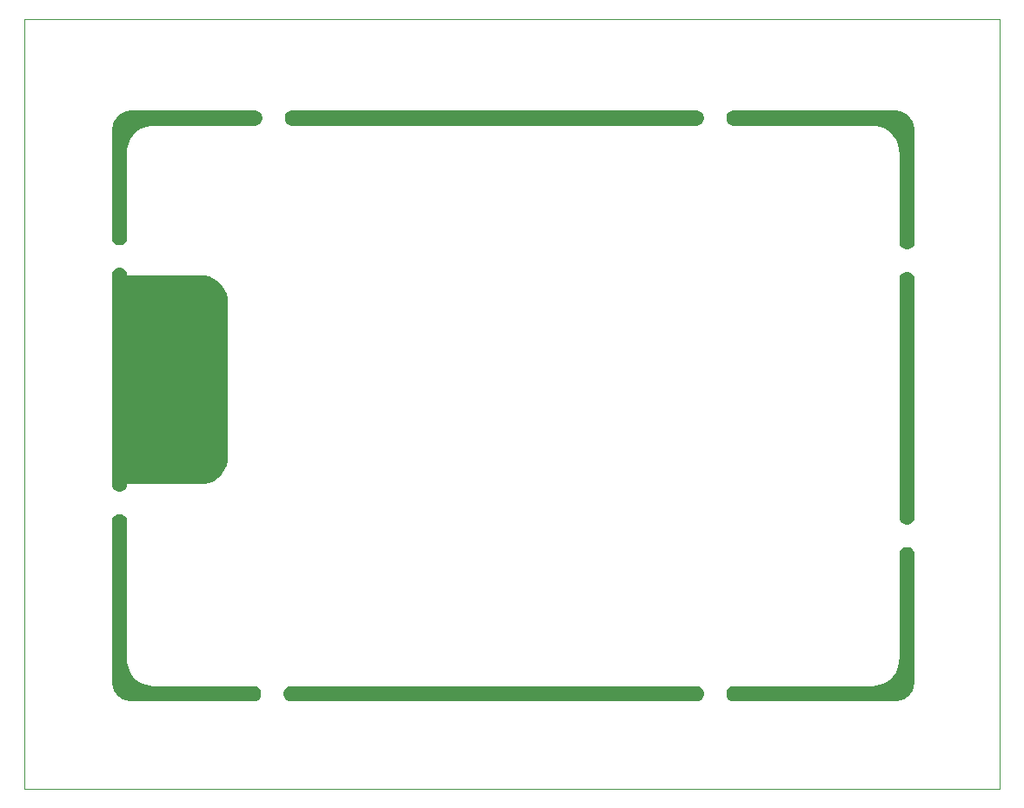
<source format=gbr>
%TF.GenerationSoftware,Altium Limited,Altium Designer,25.3.3 (18)*%
G04 Layer_Color=0*
%FSLAX45Y45*%
%MOMM*%
%TF.SameCoordinates,95E4F6BA-DA47-4B25-BB43-2529A7C35442*%
%TF.FilePolarity,Positive*%
%TF.FileFunction,Profile,NP*%
%TF.Part,CustomerPanel*%
G01*
G75*
%TA.AperFunction,Profile*%
%ADD638C,0.02540*%
G36*
X849863Y5370269D02*
Y5360395D01*
X854974Y5341320D01*
X864848Y5324218D01*
X878812Y5310254D01*
X895914Y5300380D01*
X914989Y5295269D01*
X934737D01*
X953812Y5300380D01*
X970914Y5310254D01*
X984878Y5324218D01*
X994752Y5341320D01*
X999863Y5360395D01*
Y5370269D01*
D01*
X999862Y6206769D01*
X1001085Y6231665D01*
X1010799Y6280501D01*
X1029854Y6326503D01*
X1057518Y6367904D01*
X1092726Y6403113D01*
X1134127Y6430777D01*
X1180130Y6449831D01*
X1228966Y6459545D01*
X1253862Y6460768D01*
X1253862Y6460769D01*
Y6459947D01*
X2239998Y6460000D01*
X2249872Y6460000D01*
X2268947Y6465111D01*
X2286049Y6474984D01*
X2300013Y6488948D01*
X2309887Y6506050D01*
X2314999Y6525125D01*
X2314999Y6544873D01*
X2309888Y6563948D01*
X2300015Y6581050D01*
X2286051Y6595014D01*
X2268949Y6604888D01*
X2249874Y6610000D01*
X2240000D01*
Y6610000D01*
X1050000Y6609936D01*
Y6610000D01*
X1030301D01*
X991662Y6602314D01*
X955264Y6587238D01*
X922507Y6565350D01*
X894649Y6537492D01*
X872762Y6504735D01*
X857686Y6468338D01*
X850000Y6429698D01*
Y6410000D01*
D01*
X849806D01*
X849863Y5370269D01*
D02*
G37*
G36*
X6910000Y6460000D02*
X8261791Y6460067D01*
Y6460769D01*
X8286838Y6459538D01*
X8335967Y6449766D01*
X8382247Y6430596D01*
X8423897Y6402766D01*
X8459318Y6367346D01*
X8487147Y6325695D01*
X8506317Y6279416D01*
X8516089Y6230286D01*
X8517320Y6205240D01*
X8517320D01*
X8519956Y6205240D01*
X8520000Y5330002D01*
X8520000Y5320128D01*
X8525111Y5301053D01*
X8534984Y5283951D01*
X8548948Y5269986D01*
X8566050Y5260112D01*
X8585125Y5255001D01*
X8604873Y5255001D01*
X8623948Y5260112D01*
X8641051Y5269985D01*
X8655015Y5283949D01*
X8664889Y5301051D01*
X8670000Y5320126D01*
Y5330000D01*
X8670000D01*
X8669946Y6410000D01*
X8670000D01*
Y6429698D01*
X8662314Y6468338D01*
X8647237Y6504735D01*
X8625350Y6537492D01*
X8597492Y6565350D01*
X8564735Y6587238D01*
X8528338Y6602314D01*
X8489698Y6610000D01*
X8470000D01*
D01*
Y6610078D01*
X6910002Y6609999D01*
X6900128Y6610000D01*
X6881053Y6604889D01*
X6863950Y6595015D01*
X6849986Y6581051D01*
X6840112Y6563950D01*
X6835001Y6544874D01*
X6835001Y6525127D01*
X6840112Y6506052D01*
X6849985Y6488949D01*
X6863949Y6474985D01*
X6881051Y6465111D01*
X6900126Y6460000D01*
X6910000D01*
D01*
D02*
G37*
G36*
X8520000Y2650000D02*
Y2640126D01*
X8525111Y2621051D01*
X8534985Y2603949D01*
X8548949Y2589985D01*
X8566051Y2580111D01*
X8585126Y2575000D01*
X8604874D01*
X8623949Y2580111D01*
X8641051Y2589985D01*
X8655015Y2603949D01*
X8664889Y2621051D01*
X8670000Y2640126D01*
Y2650000D01*
D01*
X8669938Y4960000D01*
X8670000D01*
Y4969874D01*
X8664889Y4988949D01*
X8655015Y5006051D01*
X8641051Y5020015D01*
X8623949Y5029889D01*
X8604874Y5035000D01*
X8585126D01*
X8566051Y5029889D01*
X8548949Y5020015D01*
X8534985Y5006051D01*
X8525111Y4988949D01*
X8520000Y4969874D01*
Y4960000D01*
D01*
X8520000Y2650000D01*
D02*
G37*
G36*
X6910000Y850000D02*
X8470000Y850068D01*
Y850000D01*
X8489698D01*
X8528338Y857686D01*
X8564735Y872762D01*
X8597493Y894650D01*
X8625350Y922507D01*
X8647238Y955265D01*
X8662314Y991662D01*
X8670000Y1030302D01*
Y1050000D01*
D01*
X8670065D01*
X8670000Y2279998D01*
X8670000Y2289872D01*
X8664889Y2308947D01*
X8655015Y2326049D01*
X8641052Y2340013D01*
X8623950Y2349887D01*
X8604875Y2354999D01*
X8585127Y2354999D01*
X8566052Y2349888D01*
X8548949Y2340015D01*
X8534985Y2326051D01*
X8525111Y2308949D01*
X8520000Y2289874D01*
Y2280000D01*
D01*
X8520054Y1255025D01*
X8517454Y1255025D01*
X8516225Y1230005D01*
X8506463Y1180928D01*
X8487314Y1134698D01*
X8459514Y1093092D01*
X8424131Y1057709D01*
X8382525Y1029909D01*
X8336295Y1010760D01*
X8287218Y1000998D01*
X8262199Y999769D01*
D01*
Y1000059D01*
X6910002Y1000000D01*
X6900128Y1000000D01*
X6881053Y994889D01*
X6863950Y985015D01*
X6849986Y971051D01*
X6840112Y953950D01*
X6835001Y934874D01*
X6835001Y915127D01*
X6840112Y896052D01*
X6849985Y878949D01*
X6863949Y864985D01*
X6881051Y855111D01*
X6900126Y850000D01*
X6910000D01*
D01*
D02*
G37*
G36*
X2610000Y6460000D02*
X2600126D01*
X2581051Y6465111D01*
X2563949Y6474985D01*
X2549985Y6488948D01*
X2540111Y6506050D01*
X2535000Y6525126D01*
Y6544873D01*
X2540111Y6563949D01*
X2549985Y6581051D01*
X2563949Y6595014D01*
X2581051Y6604888D01*
X2600126Y6610000D01*
X2610000D01*
D01*
X6540000Y6610105D01*
Y6610000D01*
X6549874D01*
X6568949Y6604889D01*
X6586051Y6595015D01*
X6600015Y6581051D01*
X6609889Y6563949D01*
X6615000Y6544874D01*
Y6525126D01*
X6609889Y6506051D01*
X6600015Y6488949D01*
X6586051Y6474985D01*
X6568949Y6465111D01*
X6549874Y6460000D01*
X6540000D01*
D01*
X6540002Y6460104D01*
X2610000Y6460000D01*
D02*
G37*
G36*
X2600000Y850000D02*
X2590126D01*
X2571051Y855111D01*
X2553949Y864985D01*
X2539985Y878948D01*
X2530111Y896051D01*
X2525000Y915126D01*
Y934873D01*
X2530111Y953949D01*
X2539985Y971051D01*
X2553949Y985015D01*
X2571051Y994889D01*
X2590126Y1000000D01*
X2600000D01*
D01*
X6540000Y1000105D01*
Y1000000D01*
X6549874D01*
X6568949Y994889D01*
X6586051Y985015D01*
X6600015Y971051D01*
X6609889Y953949D01*
X6615000Y934874D01*
Y915126D01*
X6609889Y896051D01*
X6600015Y878949D01*
X6586051Y864985D01*
X6568949Y855111D01*
X6549874Y850000D01*
X6540000D01*
D01*
Y850105D01*
X2600000Y850000D01*
D02*
G37*
G36*
X849956Y2970000D02*
X849862Y5000269D01*
Y5010143D01*
X854973Y5029218D01*
X864847Y5046320D01*
X878811Y5060284D01*
X895913Y5070158D01*
X914988Y5075269D01*
X934736D01*
X953811Y5070158D01*
X970913Y5060284D01*
X984877Y5046320D01*
X994751Y5029218D01*
X999862Y5010143D01*
Y5000269D01*
D01*
X1723762D01*
X1748779D01*
X1797851Y4990508D01*
X1844076Y4971361D01*
X1885678Y4943563D01*
X1921057Y4908184D01*
X1948854Y4866583D01*
X1968001Y4820358D01*
X1977762Y4771286D01*
Y4746269D01*
D01*
Y3222269D01*
Y3197252D01*
X1968001Y3148180D01*
X1948854Y3101955D01*
X1921057Y3060353D01*
X1885678Y3024974D01*
X1844076Y2997177D01*
X1797851Y2978030D01*
X1748779Y2968269D01*
X1723762D01*
D01*
X999862D01*
X1000001Y2970000D01*
Y2960126D01*
X994889Y2941051D01*
X985015Y2923949D01*
X971051Y2909985D01*
X953949Y2900111D01*
X934874Y2895000D01*
X915126D01*
X896051Y2900111D01*
X878949Y2909985D01*
X864985Y2923949D01*
X855111Y2941051D01*
X850000Y2960126D01*
Y2970000D01*
X849956D01*
D02*
G37*
G36*
X850000Y1050000D02*
X850000Y2599998D01*
X850000Y2609872D01*
X855111Y2628947D01*
X864984Y2646049D01*
X878948Y2660013D01*
X896050Y2669887D01*
X915125Y2674999D01*
X934873Y2674999D01*
X953948Y2669888D01*
X971050Y2660014D01*
X985014Y2646051D01*
X994888Y2628949D01*
X1000000Y2609874D01*
Y2600000D01*
X1000000D01*
X1000073Y1253769D01*
X999862D01*
X1001085Y1228872D01*
X1010799Y1180037D01*
X1029854Y1134034D01*
X1057518Y1092633D01*
X1092726Y1057424D01*
X1134128Y1029761D01*
X1180130Y1010706D01*
X1228966Y1000992D01*
X1253862Y999769D01*
D01*
Y999933D01*
X2229986Y1000000D01*
X2239860Y1000001D01*
X2258935Y994892D01*
X2276038Y985019D01*
X2290004Y971057D01*
X2299879Y953955D01*
X2304992Y934881D01*
X2304994Y915133D01*
X2299885Y896058D01*
X2290012Y878955D01*
X2276050Y864989D01*
X2258948Y855114D01*
X2239874Y850001D01*
X2230000Y850000D01*
X2230000D01*
X1050000Y849919D01*
X1050000Y850000D01*
X1030301D01*
X991662Y857686D01*
X955264Y872762D01*
X922507Y894649D01*
X894650Y922507D01*
X872762Y955264D01*
X857686Y991662D01*
X850000Y1030301D01*
Y1050000D01*
Y1050000D01*
D02*
G37*
D638*
X-2Y-5D02*
X-2Y7500000D01*
X9500000D01*
Y-5D01*
X-2D01*
%TF.MD5,8bd8582c1b05643918fdf25da7783b94*%
M02*

</source>
